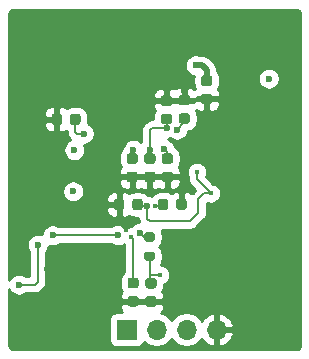
<source format=gbr>
%TF.GenerationSoftware,KiCad,Pcbnew,(5.1.10)-1*%
%TF.CreationDate,2021-10-26T10:29:25+05:30*%
%TF.ProjectId,RP2040+BMI,52503230-3430-42b4-924d-492e6b696361,rev?*%
%TF.SameCoordinates,Original*%
%TF.FileFunction,Copper,L2,Bot*%
%TF.FilePolarity,Positive*%
%FSLAX46Y46*%
G04 Gerber Fmt 4.6, Leading zero omitted, Abs format (unit mm)*
G04 Created by KiCad (PCBNEW (5.1.10)-1) date 2021-10-26 10:29:25*
%MOMM*%
%LPD*%
G01*
G04 APERTURE LIST*
%TA.AperFunction,ComponentPad*%
%ADD10O,1.700000X1.700000*%
%TD*%
%TA.AperFunction,ComponentPad*%
%ADD11R,1.700000X1.700000*%
%TD*%
%TA.AperFunction,ViaPad*%
%ADD12C,0.600000*%
%TD*%
%TA.AperFunction,ViaPad*%
%ADD13C,0.450000*%
%TD*%
%TA.AperFunction,Conductor*%
%ADD14C,0.200000*%
%TD*%
%TA.AperFunction,Conductor*%
%ADD15C,0.300000*%
%TD*%
%TA.AperFunction,Conductor*%
%ADD16C,0.500000*%
%TD*%
%TA.AperFunction,Conductor*%
%ADD17C,0.254000*%
%TD*%
%TA.AperFunction,Conductor*%
%ADD18C,0.100000*%
%TD*%
G04 APERTURE END LIST*
%TO.P,R2,2*%
%TO.N,Net-(R2-Pad2)*%
%TA.AperFunction,SMDPad,CuDef*%
G36*
G01*
X184845000Y-110255000D02*
X184295000Y-110255000D01*
G75*
G02*
X184095000Y-110055000I0J200000D01*
G01*
X184095000Y-109655000D01*
G75*
G02*
X184295000Y-109455000I200000J0D01*
G01*
X184845000Y-109455000D01*
G75*
G02*
X185045000Y-109655000I0J-200000D01*
G01*
X185045000Y-110055000D01*
G75*
G02*
X184845000Y-110255000I-200000J0D01*
G01*
G37*
%TD.AperFunction*%
%TO.P,R2,1*%
%TO.N,Net-(C6-Pad2)*%
%TA.AperFunction,SMDPad,CuDef*%
G36*
G01*
X184845000Y-111905000D02*
X184295000Y-111905000D01*
G75*
G02*
X184095000Y-111705000I0J200000D01*
G01*
X184095000Y-111305000D01*
G75*
G02*
X184295000Y-111105000I200000J0D01*
G01*
X184845000Y-111105000D01*
G75*
G02*
X185045000Y-111305000I0J-200000D01*
G01*
X185045000Y-111705000D01*
G75*
G02*
X184845000Y-111905000I-200000J0D01*
G01*
G37*
%TD.AperFunction*%
%TD*%
D10*
%TO.P,J2,4*%
%TO.N,GND*%
X190240000Y-117700000D03*
%TO.P,J2,3*%
%TO.N,/SWD*%
X187700000Y-117700000D03*
%TO.P,J2,2*%
%TO.N,/SWCLK*%
X185160000Y-117700000D03*
D11*
%TO.P,J2,1*%
%TO.N,+3V3*%
X182620000Y-117700000D03*
%TD*%
%TO.P,C19,2*%
%TO.N,GND*%
%TA.AperFunction,SMDPad,CuDef*%
G36*
G01*
X177175000Y-99650000D02*
X177175000Y-100150000D01*
G75*
G02*
X176950000Y-100375000I-225000J0D01*
G01*
X176500000Y-100375000D01*
G75*
G02*
X176275000Y-100150000I0J225000D01*
G01*
X176275000Y-99650000D01*
G75*
G02*
X176500000Y-99425000I225000J0D01*
G01*
X176950000Y-99425000D01*
G75*
G02*
X177175000Y-99650000I0J-225000D01*
G01*
G37*
%TD.AperFunction*%
%TO.P,C19,1*%
%TO.N,+3V3*%
%TA.AperFunction,SMDPad,CuDef*%
G36*
G01*
X178725000Y-99650000D02*
X178725000Y-100150000D01*
G75*
G02*
X178500000Y-100375000I-225000J0D01*
G01*
X178050000Y-100375000D01*
G75*
G02*
X177825000Y-100150000I0J225000D01*
G01*
X177825000Y-99650000D01*
G75*
G02*
X178050000Y-99425000I225000J0D01*
G01*
X178500000Y-99425000D01*
G75*
G02*
X178725000Y-99650000I0J-225000D01*
G01*
G37*
%TD.AperFunction*%
%TD*%
%TO.P,C18,2*%
%TO.N,GND*%
%TA.AperFunction,SMDPad,CuDef*%
G36*
G01*
X186815000Y-107350000D02*
X186815000Y-106850000D01*
G75*
G02*
X187040000Y-106625000I225000J0D01*
G01*
X187490000Y-106625000D01*
G75*
G02*
X187715000Y-106850000I0J-225000D01*
G01*
X187715000Y-107350000D01*
G75*
G02*
X187490000Y-107575000I-225000J0D01*
G01*
X187040000Y-107575000D01*
G75*
G02*
X186815000Y-107350000I0J225000D01*
G01*
G37*
%TD.AperFunction*%
%TO.P,C18,1*%
%TO.N,+1V1*%
%TA.AperFunction,SMDPad,CuDef*%
G36*
G01*
X185265000Y-107350000D02*
X185265000Y-106850000D01*
G75*
G02*
X185490000Y-106625000I225000J0D01*
G01*
X185940000Y-106625000D01*
G75*
G02*
X186165000Y-106850000I0J-225000D01*
G01*
X186165000Y-107350000D01*
G75*
G02*
X185940000Y-107575000I-225000J0D01*
G01*
X185490000Y-107575000D01*
G75*
G02*
X185265000Y-107350000I0J225000D01*
G01*
G37*
%TD.AperFunction*%
%TD*%
%TO.P,C15,2*%
%TO.N,GND*%
%TA.AperFunction,SMDPad,CuDef*%
G36*
G01*
X182850000Y-104325000D02*
X183350000Y-104325000D01*
G75*
G02*
X183575000Y-104550000I0J-225000D01*
G01*
X183575000Y-105000000D01*
G75*
G02*
X183350000Y-105225000I-225000J0D01*
G01*
X182850000Y-105225000D01*
G75*
G02*
X182625000Y-105000000I0J225000D01*
G01*
X182625000Y-104550000D01*
G75*
G02*
X182850000Y-104325000I225000J0D01*
G01*
G37*
%TD.AperFunction*%
%TO.P,C15,1*%
%TO.N,+1V1*%
%TA.AperFunction,SMDPad,CuDef*%
G36*
G01*
X182850000Y-102775000D02*
X183350000Y-102775000D01*
G75*
G02*
X183575000Y-103000000I0J-225000D01*
G01*
X183575000Y-103450000D01*
G75*
G02*
X183350000Y-103675000I-225000J0D01*
G01*
X182850000Y-103675000D01*
G75*
G02*
X182625000Y-103450000I0J225000D01*
G01*
X182625000Y-103000000D01*
G75*
G02*
X182850000Y-102775000I225000J0D01*
G01*
G37*
%TD.AperFunction*%
%TD*%
%TO.P,C11,2*%
%TO.N,GND*%
%TA.AperFunction,SMDPad,CuDef*%
G36*
G01*
X182445000Y-106860000D02*
X182445000Y-107360000D01*
G75*
G02*
X182220000Y-107585000I-225000J0D01*
G01*
X181770000Y-107585000D01*
G75*
G02*
X181545000Y-107360000I0J225000D01*
G01*
X181545000Y-106860000D01*
G75*
G02*
X181770000Y-106635000I225000J0D01*
G01*
X182220000Y-106635000D01*
G75*
G02*
X182445000Y-106860000I0J-225000D01*
G01*
G37*
%TD.AperFunction*%
%TO.P,C11,1*%
%TO.N,+3V3*%
%TA.AperFunction,SMDPad,CuDef*%
G36*
G01*
X183995000Y-106860000D02*
X183995000Y-107360000D01*
G75*
G02*
X183770000Y-107585000I-225000J0D01*
G01*
X183320000Y-107585000D01*
G75*
G02*
X183095000Y-107360000I0J225000D01*
G01*
X183095000Y-106860000D01*
G75*
G02*
X183320000Y-106635000I225000J0D01*
G01*
X183770000Y-106635000D01*
G75*
G02*
X183995000Y-106860000I0J-225000D01*
G01*
G37*
%TD.AperFunction*%
%TD*%
%TO.P,C9,2*%
%TO.N,GND*%
%TA.AperFunction,SMDPad,CuDef*%
G36*
G01*
X186250000Y-98775000D02*
X185750000Y-98775000D01*
G75*
G02*
X185525000Y-98550000I0J225000D01*
G01*
X185525000Y-98100000D01*
G75*
G02*
X185750000Y-97875000I225000J0D01*
G01*
X186250000Y-97875000D01*
G75*
G02*
X186475000Y-98100000I0J-225000D01*
G01*
X186475000Y-98550000D01*
G75*
G02*
X186250000Y-98775000I-225000J0D01*
G01*
G37*
%TD.AperFunction*%
%TO.P,C9,1*%
%TO.N,+3V3*%
%TA.AperFunction,SMDPad,CuDef*%
G36*
G01*
X186250000Y-100325000D02*
X185750000Y-100325000D01*
G75*
G02*
X185525000Y-100100000I0J225000D01*
G01*
X185525000Y-99650000D01*
G75*
G02*
X185750000Y-99425000I225000J0D01*
G01*
X186250000Y-99425000D01*
G75*
G02*
X186475000Y-99650000I0J-225000D01*
G01*
X186475000Y-100100000D01*
G75*
G02*
X186250000Y-100325000I-225000J0D01*
G01*
G37*
%TD.AperFunction*%
%TD*%
%TO.P,C8,2*%
%TO.N,GND*%
%TA.AperFunction,SMDPad,CuDef*%
G36*
G01*
X185840000Y-104325000D02*
X186340000Y-104325000D01*
G75*
G02*
X186565000Y-104550000I0J-225000D01*
G01*
X186565000Y-105000000D01*
G75*
G02*
X186340000Y-105225000I-225000J0D01*
G01*
X185840000Y-105225000D01*
G75*
G02*
X185615000Y-105000000I0J225000D01*
G01*
X185615000Y-104550000D01*
G75*
G02*
X185840000Y-104325000I225000J0D01*
G01*
G37*
%TD.AperFunction*%
%TO.P,C8,1*%
%TO.N,+1V1*%
%TA.AperFunction,SMDPad,CuDef*%
G36*
G01*
X185840000Y-102775000D02*
X186340000Y-102775000D01*
G75*
G02*
X186565000Y-103000000I0J-225000D01*
G01*
X186565000Y-103450000D01*
G75*
G02*
X186340000Y-103675000I-225000J0D01*
G01*
X185840000Y-103675000D01*
G75*
G02*
X185615000Y-103450000I0J225000D01*
G01*
X185615000Y-103000000D01*
G75*
G02*
X185840000Y-102775000I225000J0D01*
G01*
G37*
%TD.AperFunction*%
%TD*%
%TO.P,C7,2*%
%TO.N,GND*%
%TA.AperFunction,SMDPad,CuDef*%
G36*
G01*
X187770000Y-98725000D02*
X187270000Y-98725000D01*
G75*
G02*
X187045000Y-98500000I0J225000D01*
G01*
X187045000Y-98050000D01*
G75*
G02*
X187270000Y-97825000I225000J0D01*
G01*
X187770000Y-97825000D01*
G75*
G02*
X187995000Y-98050000I0J-225000D01*
G01*
X187995000Y-98500000D01*
G75*
G02*
X187770000Y-98725000I-225000J0D01*
G01*
G37*
%TD.AperFunction*%
%TO.P,C7,1*%
%TO.N,+3V3*%
%TA.AperFunction,SMDPad,CuDef*%
G36*
G01*
X187770000Y-100275000D02*
X187270000Y-100275000D01*
G75*
G02*
X187045000Y-100050000I0J225000D01*
G01*
X187045000Y-99600000D01*
G75*
G02*
X187270000Y-99375000I225000J0D01*
G01*
X187770000Y-99375000D01*
G75*
G02*
X187995000Y-99600000I0J-225000D01*
G01*
X187995000Y-100050000D01*
G75*
G02*
X187770000Y-100275000I-225000J0D01*
G01*
G37*
%TD.AperFunction*%
%TD*%
%TO.P,C6,2*%
%TO.N,Net-(C6-Pad2)*%
%TA.AperFunction,SMDPad,CuDef*%
G36*
G01*
X184940000Y-114225000D02*
X184440000Y-114225000D01*
G75*
G02*
X184215000Y-114000000I0J225000D01*
G01*
X184215000Y-113550000D01*
G75*
G02*
X184440000Y-113325000I225000J0D01*
G01*
X184940000Y-113325000D01*
G75*
G02*
X185165000Y-113550000I0J-225000D01*
G01*
X185165000Y-114000000D01*
G75*
G02*
X184940000Y-114225000I-225000J0D01*
G01*
G37*
%TD.AperFunction*%
%TO.P,C6,1*%
%TO.N,GND*%
%TA.AperFunction,SMDPad,CuDef*%
G36*
G01*
X184940000Y-115775000D02*
X184440000Y-115775000D01*
G75*
G02*
X184215000Y-115550000I0J225000D01*
G01*
X184215000Y-115100000D01*
G75*
G02*
X184440000Y-114875000I225000J0D01*
G01*
X184940000Y-114875000D01*
G75*
G02*
X185165000Y-115100000I0J-225000D01*
G01*
X185165000Y-115550000D01*
G75*
G02*
X184940000Y-115775000I-225000J0D01*
G01*
G37*
%TD.AperFunction*%
%TD*%
%TO.P,C5,2*%
%TO.N,GND*%
%TA.AperFunction,SMDPad,CuDef*%
G36*
G01*
X182930000Y-114855000D02*
X183430000Y-114855000D01*
G75*
G02*
X183655000Y-115080000I0J-225000D01*
G01*
X183655000Y-115530000D01*
G75*
G02*
X183430000Y-115755000I-225000J0D01*
G01*
X182930000Y-115755000D01*
G75*
G02*
X182705000Y-115530000I0J225000D01*
G01*
X182705000Y-115080000D01*
G75*
G02*
X182930000Y-114855000I225000J0D01*
G01*
G37*
%TD.AperFunction*%
%TO.P,C5,1*%
%TO.N,Net-(C5-Pad1)*%
%TA.AperFunction,SMDPad,CuDef*%
G36*
G01*
X182930000Y-113305000D02*
X183430000Y-113305000D01*
G75*
G02*
X183655000Y-113530000I0J-225000D01*
G01*
X183655000Y-113980000D01*
G75*
G02*
X183430000Y-114205000I-225000J0D01*
G01*
X182930000Y-114205000D01*
G75*
G02*
X182705000Y-113980000I0J225000D01*
G01*
X182705000Y-113530000D01*
G75*
G02*
X182930000Y-113305000I225000J0D01*
G01*
G37*
%TD.AperFunction*%
%TD*%
%TO.P,C3,2*%
%TO.N,GND*%
%TA.AperFunction,SMDPad,CuDef*%
G36*
G01*
X189150000Y-97725000D02*
X189650000Y-97725000D01*
G75*
G02*
X189875000Y-97950000I0J-225000D01*
G01*
X189875000Y-98400000D01*
G75*
G02*
X189650000Y-98625000I-225000J0D01*
G01*
X189150000Y-98625000D01*
G75*
G02*
X188925000Y-98400000I0J225000D01*
G01*
X188925000Y-97950000D01*
G75*
G02*
X189150000Y-97725000I225000J0D01*
G01*
G37*
%TD.AperFunction*%
%TO.P,C3,1*%
%TO.N,+5V*%
%TA.AperFunction,SMDPad,CuDef*%
G36*
G01*
X189150000Y-96175000D02*
X189650000Y-96175000D01*
G75*
G02*
X189875000Y-96400000I0J-225000D01*
G01*
X189875000Y-96850000D01*
G75*
G02*
X189650000Y-97075000I-225000J0D01*
G01*
X189150000Y-97075000D01*
G75*
G02*
X188925000Y-96850000I0J225000D01*
G01*
X188925000Y-96400000D01*
G75*
G02*
X189150000Y-96175000I225000J0D01*
G01*
G37*
%TD.AperFunction*%
%TD*%
%TO.P,C2,2*%
%TO.N,GND*%
%TA.AperFunction,SMDPad,CuDef*%
G36*
G01*
X184350000Y-104325000D02*
X184850000Y-104325000D01*
G75*
G02*
X185075000Y-104550000I0J-225000D01*
G01*
X185075000Y-105000000D01*
G75*
G02*
X184850000Y-105225000I-225000J0D01*
G01*
X184350000Y-105225000D01*
G75*
G02*
X184125000Y-105000000I0J225000D01*
G01*
X184125000Y-104550000D01*
G75*
G02*
X184350000Y-104325000I225000J0D01*
G01*
G37*
%TD.AperFunction*%
%TO.P,C2,1*%
%TO.N,+3V3*%
%TA.AperFunction,SMDPad,CuDef*%
G36*
G01*
X184350000Y-102775000D02*
X184850000Y-102775000D01*
G75*
G02*
X185075000Y-103000000I0J-225000D01*
G01*
X185075000Y-103450000D01*
G75*
G02*
X184850000Y-103675000I-225000J0D01*
G01*
X184350000Y-103675000D01*
G75*
G02*
X184125000Y-103450000I0J225000D01*
G01*
X184125000Y-103000000D01*
G75*
G02*
X184350000Y-102775000I225000J0D01*
G01*
G37*
%TD.AperFunction*%
%TD*%
D12*
%TO.N,GND*%
X176100000Y-98570000D03*
X187490000Y-97440000D03*
X183740000Y-95260000D03*
X191430000Y-102410000D03*
X194640000Y-97990000D03*
X189410000Y-99140000D03*
X190810000Y-97370000D03*
X178100000Y-104000000D03*
X178100000Y-107600000D03*
X173530000Y-110650000D03*
X179200000Y-114740000D03*
D13*
X175790000Y-112600000D03*
X176960000Y-111630000D03*
D12*
X181870000Y-104980000D03*
X189830000Y-107800000D03*
X191830000Y-104420000D03*
X192590000Y-112230000D03*
X196650000Y-105460000D03*
X196640000Y-108430000D03*
D13*
X182610000Y-109250000D03*
D12*
%TO.N,+3V3*%
X184600000Y-102500000D03*
X186052646Y-100622646D03*
X186900000Y-100770000D03*
X194670000Y-96450000D03*
X179000000Y-101100000D03*
X178200000Y-102500000D03*
X178100000Y-106000000D03*
X173520000Y-113890000D03*
X175110000Y-110510000D03*
X184370000Y-107200000D03*
D13*
X188580000Y-104350000D03*
X189770000Y-106170000D03*
D12*
%TO.N,+5V*%
X188480000Y-95330000D03*
D13*
%TO.N,Net-(C5-Pad1)*%
X183000000Y-109820000D03*
D12*
%TO.N,+1V1*%
X183200000Y-102500000D03*
X185830000Y-102440000D03*
D13*
X185021902Y-107211436D03*
D12*
%TO.N,Net-(R2-Pad2)*%
X183770000Y-109510000D03*
%TO.N,/SCL*%
X181927000Y-109690000D03*
X176360000Y-109730000D03*
D13*
%TO.N,Net-(C6-Pad2)*%
X185460990Y-113060000D03*
%TD*%
D14*
%TO.N,GND*%
X186010000Y-98275000D02*
X187520000Y-98275000D01*
X187520000Y-97470000D02*
X187490000Y-97440000D01*
X187520000Y-98275000D02*
X187520000Y-97470000D01*
D15*
X189400000Y-99130000D02*
X189410000Y-99140000D01*
X189400000Y-98175000D02*
X189400000Y-99130000D01*
D14*
X181995000Y-105105000D02*
X181870000Y-104980000D01*
X181995000Y-107110000D02*
X181995000Y-105105000D01*
X181995000Y-108635000D02*
X182610000Y-109250000D01*
X181995000Y-107110000D02*
X181995000Y-108635000D01*
%TO.N,+3V3*%
X184600000Y-103225000D02*
X184600000Y-102500000D01*
X186010000Y-100580000D02*
X186052646Y-100622646D01*
X186010000Y-99825000D02*
X186010000Y-100580000D01*
X187520000Y-100150000D02*
X186900000Y-100770000D01*
X187520000Y-99825000D02*
X187520000Y-100150000D01*
X179000000Y-101100000D02*
X178400000Y-101100000D01*
X178275000Y-100975000D02*
X178275000Y-99900000D01*
X178400000Y-101100000D02*
X178275000Y-100975000D01*
X183635000Y-107200000D02*
X183545000Y-107110000D01*
X184370000Y-107200000D02*
X183635000Y-107200000D01*
X188580000Y-104980000D02*
X189770000Y-106170000D01*
X188580000Y-104350000D02*
X188580000Y-104980000D01*
X186052646Y-100622646D02*
X184767354Y-100622646D01*
X184600000Y-100790000D02*
X184600000Y-102500000D01*
X184767354Y-100622646D02*
X184600000Y-100790000D01*
X184370000Y-107200000D02*
X184370000Y-108340000D01*
X184370000Y-108340000D02*
X184570000Y-108540000D01*
X184570000Y-108540000D02*
X187990000Y-108540000D01*
X187990000Y-108540000D02*
X188710000Y-107820000D01*
X188710000Y-107820000D02*
X188710000Y-106650000D01*
X189190000Y-106170000D02*
X189770000Y-106170000D01*
X188710000Y-106650000D02*
X189190000Y-106170000D01*
X175110000Y-110510000D02*
X175110000Y-113650000D01*
X174870000Y-113890000D02*
X173520000Y-113890000D01*
X175110000Y-113650000D02*
X174870000Y-113890000D01*
D16*
%TO.N,+5V*%
X189400000Y-96625000D02*
X189400000Y-95690000D01*
X189040000Y-95330000D02*
X188480000Y-95330000D01*
X189400000Y-95690000D02*
X189040000Y-95330000D01*
D14*
%TO.N,Net-(C5-Pad1)*%
X183180000Y-110000000D02*
X183000000Y-109820000D01*
X183180000Y-113755000D02*
X183180000Y-110000000D01*
%TO.N,+1V1*%
X183100000Y-102600000D02*
X183200000Y-102500000D01*
X183100000Y-103225000D02*
X183100000Y-102600000D01*
X186090000Y-102700000D02*
X185830000Y-102440000D01*
X186090000Y-103225000D02*
X186090000Y-102700000D01*
X185603564Y-107211436D02*
X185715000Y-107100000D01*
X185021902Y-107211436D02*
X185603564Y-107211436D01*
%TO.N,Net-(R2-Pad2)*%
X184115000Y-109855000D02*
X183770000Y-109510000D01*
X184570000Y-109855000D02*
X184115000Y-109855000D01*
%TO.N,/SCL*%
X176400000Y-109690000D02*
X176360000Y-109730000D01*
X181927000Y-109690000D02*
X176400000Y-109690000D01*
%TO.N,Net-(C6-Pad2)*%
X184570000Y-113655000D02*
X184690000Y-113775000D01*
X184670000Y-113060000D02*
X184570000Y-112960000D01*
X185460990Y-113060000D02*
X184670000Y-113060000D01*
X184570000Y-112960000D02*
X184570000Y-113655000D01*
X184570000Y-111505000D02*
X184570000Y-112960000D01*
%TD*%
D17*
%TO.N,GND*%
X197065424Y-90669580D02*
X197128356Y-90688580D01*
X197186405Y-90719445D01*
X197237343Y-90760989D01*
X197279248Y-90811644D01*
X197310515Y-90869471D01*
X197329956Y-90932272D01*
X197340000Y-91027835D01*
X197340001Y-118967711D01*
X197330420Y-119065424D01*
X197311420Y-119128357D01*
X197280554Y-119186406D01*
X197239011Y-119237343D01*
X197188356Y-119279248D01*
X197130529Y-119310515D01*
X197067728Y-119329956D01*
X196972165Y-119340000D01*
X173032279Y-119340000D01*
X172934576Y-119330420D01*
X172871643Y-119311420D01*
X172813594Y-119280554D01*
X172762657Y-119239011D01*
X172720752Y-119188356D01*
X172689485Y-119130529D01*
X172670044Y-119067728D01*
X172660000Y-118972165D01*
X172660000Y-116850000D01*
X181131928Y-116850000D01*
X181131928Y-118550000D01*
X181144188Y-118674482D01*
X181180498Y-118794180D01*
X181239463Y-118904494D01*
X181318815Y-119001185D01*
X181415506Y-119080537D01*
X181525820Y-119139502D01*
X181645518Y-119175812D01*
X181770000Y-119188072D01*
X183470000Y-119188072D01*
X183594482Y-119175812D01*
X183714180Y-119139502D01*
X183824494Y-119080537D01*
X183921185Y-119001185D01*
X184000537Y-118904494D01*
X184059502Y-118794180D01*
X184081513Y-118721620D01*
X184213368Y-118853475D01*
X184456589Y-119015990D01*
X184726842Y-119127932D01*
X185013740Y-119185000D01*
X185306260Y-119185000D01*
X185593158Y-119127932D01*
X185863411Y-119015990D01*
X186106632Y-118853475D01*
X186313475Y-118646632D01*
X186430000Y-118472240D01*
X186546525Y-118646632D01*
X186753368Y-118853475D01*
X186996589Y-119015990D01*
X187266842Y-119127932D01*
X187553740Y-119185000D01*
X187846260Y-119185000D01*
X188133158Y-119127932D01*
X188403411Y-119015990D01*
X188646632Y-118853475D01*
X188853475Y-118646632D01*
X188975195Y-118464466D01*
X189044822Y-118581355D01*
X189239731Y-118797588D01*
X189473080Y-118971641D01*
X189735901Y-119096825D01*
X189883110Y-119141476D01*
X190113000Y-119020155D01*
X190113000Y-117827000D01*
X190367000Y-117827000D01*
X190367000Y-119020155D01*
X190596890Y-119141476D01*
X190744099Y-119096825D01*
X191006920Y-118971641D01*
X191240269Y-118797588D01*
X191435178Y-118581355D01*
X191584157Y-118331252D01*
X191681481Y-118056891D01*
X191560814Y-117827000D01*
X190367000Y-117827000D01*
X190113000Y-117827000D01*
X190093000Y-117827000D01*
X190093000Y-117573000D01*
X190113000Y-117573000D01*
X190113000Y-116379845D01*
X190367000Y-116379845D01*
X190367000Y-117573000D01*
X191560814Y-117573000D01*
X191681481Y-117343109D01*
X191584157Y-117068748D01*
X191435178Y-116818645D01*
X191240269Y-116602412D01*
X191006920Y-116428359D01*
X190744099Y-116303175D01*
X190596890Y-116258524D01*
X190367000Y-116379845D01*
X190113000Y-116379845D01*
X189883110Y-116258524D01*
X189735901Y-116303175D01*
X189473080Y-116428359D01*
X189239731Y-116602412D01*
X189044822Y-116818645D01*
X188975195Y-116935534D01*
X188853475Y-116753368D01*
X188646632Y-116546525D01*
X188403411Y-116384010D01*
X188133158Y-116272068D01*
X187846260Y-116215000D01*
X187553740Y-116215000D01*
X187266842Y-116272068D01*
X186996589Y-116384010D01*
X186753368Y-116546525D01*
X186546525Y-116753368D01*
X186430000Y-116927760D01*
X186313475Y-116753368D01*
X186106632Y-116546525D01*
X185863411Y-116384010D01*
X185593158Y-116272068D01*
X185566691Y-116266803D01*
X185616185Y-116226185D01*
X185695537Y-116129494D01*
X185754502Y-116019180D01*
X185790812Y-115899482D01*
X185803072Y-115775000D01*
X185800000Y-115610750D01*
X185641250Y-115452000D01*
X184817000Y-115452000D01*
X184817000Y-115472000D01*
X184563000Y-115472000D01*
X184563000Y-115452000D01*
X184151250Y-115452000D01*
X184131250Y-115432000D01*
X183307000Y-115432000D01*
X183307000Y-115452000D01*
X183053000Y-115452000D01*
X183053000Y-115432000D01*
X182228750Y-115432000D01*
X182070000Y-115590750D01*
X182066928Y-115755000D01*
X182079188Y-115879482D01*
X182115498Y-115999180D01*
X182174463Y-116109494D01*
X182253815Y-116206185D01*
X182260813Y-116211928D01*
X181770000Y-116211928D01*
X181645518Y-116224188D01*
X181525820Y-116260498D01*
X181415506Y-116319463D01*
X181318815Y-116398815D01*
X181239463Y-116495506D01*
X181180498Y-116605820D01*
X181144188Y-116725518D01*
X181131928Y-116850000D01*
X172660000Y-116850000D01*
X172660000Y-114257048D01*
X172691414Y-114332889D01*
X172793738Y-114486028D01*
X172923972Y-114616262D01*
X173077111Y-114718586D01*
X173247271Y-114789068D01*
X173427911Y-114825000D01*
X173612089Y-114825000D01*
X173792729Y-114789068D01*
X173962889Y-114718586D01*
X174102951Y-114625000D01*
X174833895Y-114625000D01*
X174870000Y-114628556D01*
X174906105Y-114625000D01*
X175014085Y-114614365D01*
X175152633Y-114572337D01*
X175280320Y-114504087D01*
X175392238Y-114412238D01*
X175415259Y-114384187D01*
X175604187Y-114195259D01*
X175632238Y-114172238D01*
X175724087Y-114060320D01*
X175792337Y-113932633D01*
X175834365Y-113794085D01*
X175845000Y-113686105D01*
X175845000Y-113686096D01*
X175848555Y-113650001D01*
X175845000Y-113613906D01*
X175845000Y-111092951D01*
X175938586Y-110952889D01*
X176009068Y-110782729D01*
X176043260Y-110610838D01*
X176087271Y-110629068D01*
X176267911Y-110665000D01*
X176452089Y-110665000D01*
X176632729Y-110629068D01*
X176802889Y-110558586D01*
X176956028Y-110456262D01*
X176987290Y-110425000D01*
X181344049Y-110425000D01*
X181484111Y-110518586D01*
X181654271Y-110589068D01*
X181834911Y-110625000D01*
X182019089Y-110625000D01*
X182199729Y-110589068D01*
X182369889Y-110518586D01*
X182437312Y-110473535D01*
X182445001Y-110481224D01*
X182445000Y-112816898D01*
X182319716Y-112919716D01*
X182212382Y-113050503D01*
X182132625Y-113199717D01*
X182083512Y-113361623D01*
X182066928Y-113530000D01*
X182066928Y-113980000D01*
X182083512Y-114148377D01*
X182132625Y-114310283D01*
X182210700Y-114456351D01*
X182174463Y-114500506D01*
X182115498Y-114610820D01*
X182079188Y-114730518D01*
X182066928Y-114855000D01*
X182070000Y-115019250D01*
X182228750Y-115178000D01*
X183053000Y-115178000D01*
X183053000Y-115158000D01*
X183307000Y-115158000D01*
X183307000Y-115178000D01*
X183718750Y-115178000D01*
X183738750Y-115198000D01*
X184563000Y-115198000D01*
X184563000Y-115178000D01*
X184817000Y-115178000D01*
X184817000Y-115198000D01*
X185641250Y-115198000D01*
X185800000Y-115039250D01*
X185803072Y-114875000D01*
X185790812Y-114750518D01*
X185754502Y-114630820D01*
X185695537Y-114520506D01*
X185659300Y-114476351D01*
X185737375Y-114330283D01*
X185786488Y-114168377D01*
X185803072Y-114000000D01*
X185803072Y-113849162D01*
X185868353Y-113822122D01*
X186009208Y-113728005D01*
X186128995Y-113608218D01*
X186223112Y-113467363D01*
X186287941Y-113310853D01*
X186320990Y-113144703D01*
X186320990Y-112975297D01*
X186287941Y-112809147D01*
X186223112Y-112652637D01*
X186128995Y-112511782D01*
X186009208Y-112391995D01*
X185868353Y-112297878D01*
X185711843Y-112233049D01*
X185545693Y-112200000D01*
X185517710Y-112200000D01*
X185541831Y-112170608D01*
X185619278Y-112025716D01*
X185666969Y-111868500D01*
X185683072Y-111705000D01*
X185683072Y-111305000D01*
X185666969Y-111141500D01*
X185619278Y-110984284D01*
X185541831Y-110839392D01*
X185437606Y-110712394D01*
X185398134Y-110680000D01*
X185437606Y-110647606D01*
X185541831Y-110520608D01*
X185619278Y-110375716D01*
X185666969Y-110218500D01*
X185683072Y-110055000D01*
X185683072Y-109655000D01*
X185666969Y-109491500D01*
X185619278Y-109334284D01*
X185587590Y-109275000D01*
X187953895Y-109275000D01*
X187990000Y-109278556D01*
X188026105Y-109275000D01*
X188134085Y-109264365D01*
X188272633Y-109222337D01*
X188400320Y-109154087D01*
X188512238Y-109062238D01*
X188535258Y-109034188D01*
X189204197Y-108365250D01*
X189232237Y-108342238D01*
X189255250Y-108314197D01*
X189255253Y-108314194D01*
X189324087Y-108230320D01*
X189339859Y-108200812D01*
X189392337Y-108102633D01*
X189434365Y-107964085D01*
X189445000Y-107856105D01*
X189445000Y-107856104D01*
X189448556Y-107820000D01*
X189445000Y-107783895D01*
X189445000Y-106966238D01*
X189519147Y-106996951D01*
X189685297Y-107030000D01*
X189854703Y-107030000D01*
X190020853Y-106996951D01*
X190177363Y-106932122D01*
X190318218Y-106838005D01*
X190438005Y-106718218D01*
X190532122Y-106577363D01*
X190596951Y-106420853D01*
X190630000Y-106254703D01*
X190630000Y-106085297D01*
X190596951Y-105919147D01*
X190532122Y-105762637D01*
X190438005Y-105621782D01*
X190318218Y-105501995D01*
X190177363Y-105407878D01*
X190020853Y-105343049D01*
X189972972Y-105333525D01*
X189358140Y-104718693D01*
X189406951Y-104600853D01*
X189440000Y-104434703D01*
X189440000Y-104265297D01*
X189406951Y-104099147D01*
X189342122Y-103942637D01*
X189248005Y-103801782D01*
X189128218Y-103681995D01*
X188987363Y-103587878D01*
X188830853Y-103523049D01*
X188664703Y-103490000D01*
X188495297Y-103490000D01*
X188329147Y-103523049D01*
X188172637Y-103587878D01*
X188031782Y-103681995D01*
X187911995Y-103801782D01*
X187817878Y-103942637D01*
X187753049Y-104099147D01*
X187720000Y-104265297D01*
X187720000Y-104434703D01*
X187753049Y-104600853D01*
X187817878Y-104757363D01*
X187845000Y-104797954D01*
X187845000Y-104943895D01*
X187841444Y-104980000D01*
X187845000Y-105016105D01*
X187855635Y-105124085D01*
X187897663Y-105262633D01*
X187965914Y-105390320D01*
X188057763Y-105502238D01*
X188085808Y-105525254D01*
X188440554Y-105880000D01*
X188215808Y-106104746D01*
X188187763Y-106127762D01*
X188156495Y-106165862D01*
X188069494Y-106094463D01*
X187959180Y-106035498D01*
X187839482Y-105999188D01*
X187715000Y-105986928D01*
X187550750Y-105990000D01*
X187392000Y-106148750D01*
X187392000Y-106973000D01*
X187412000Y-106973000D01*
X187412000Y-107227000D01*
X187392000Y-107227000D01*
X187392000Y-107247000D01*
X187138000Y-107247000D01*
X187138000Y-107227000D01*
X187118000Y-107227000D01*
X187118000Y-106973000D01*
X187138000Y-106973000D01*
X187138000Y-106148750D01*
X186979250Y-105990000D01*
X186815000Y-105986928D01*
X186690518Y-105999188D01*
X186570820Y-106035498D01*
X186460506Y-106094463D01*
X186416351Y-106130700D01*
X186270283Y-106052625D01*
X186108377Y-106003512D01*
X185940000Y-105986928D01*
X185490000Y-105986928D01*
X185321623Y-106003512D01*
X185159717Y-106052625D01*
X185010503Y-106132382D01*
X184879716Y-106239716D01*
X184782100Y-106358661D01*
X184642729Y-106300932D01*
X184462089Y-106265000D01*
X184392827Y-106265000D01*
X184380284Y-106249716D01*
X184249497Y-106142382D01*
X184100283Y-106062625D01*
X183938377Y-106013512D01*
X183770000Y-105996928D01*
X183320000Y-105996928D01*
X183151623Y-106013512D01*
X182989717Y-106062625D01*
X182843649Y-106140700D01*
X182799494Y-106104463D01*
X182689180Y-106045498D01*
X182569482Y-106009188D01*
X182445000Y-105996928D01*
X182280750Y-106000000D01*
X182122000Y-106158750D01*
X182122000Y-106983000D01*
X182142000Y-106983000D01*
X182142000Y-107237000D01*
X182122000Y-107237000D01*
X182122000Y-108061250D01*
X182280750Y-108220000D01*
X182445000Y-108223072D01*
X182569482Y-108210812D01*
X182689180Y-108174502D01*
X182799494Y-108115537D01*
X182843649Y-108079300D01*
X182989717Y-108157375D01*
X183151623Y-108206488D01*
X183320000Y-108223072D01*
X183635001Y-108223072D01*
X183635001Y-108303885D01*
X183631444Y-108340000D01*
X183645635Y-108484085D01*
X183673482Y-108575881D01*
X183497271Y-108610932D01*
X183327111Y-108681414D01*
X183173972Y-108783738D01*
X183043738Y-108913972D01*
X183012983Y-108960000D01*
X182915297Y-108960000D01*
X182749147Y-108993049D01*
X182609983Y-109050693D01*
X182523028Y-108963738D01*
X182369889Y-108861414D01*
X182199729Y-108790932D01*
X182019089Y-108755000D01*
X181834911Y-108755000D01*
X181654271Y-108790932D01*
X181484111Y-108861414D01*
X181344049Y-108955000D01*
X176883086Y-108955000D01*
X176802889Y-108901414D01*
X176632729Y-108830932D01*
X176452089Y-108795000D01*
X176267911Y-108795000D01*
X176087271Y-108830932D01*
X175917111Y-108901414D01*
X175763972Y-109003738D01*
X175633738Y-109133972D01*
X175531414Y-109287111D01*
X175460932Y-109457271D01*
X175426740Y-109629162D01*
X175382729Y-109610932D01*
X175202089Y-109575000D01*
X175017911Y-109575000D01*
X174837271Y-109610932D01*
X174667111Y-109681414D01*
X174513972Y-109783738D01*
X174383738Y-109913972D01*
X174281414Y-110067111D01*
X174210932Y-110237271D01*
X174175000Y-110417911D01*
X174175000Y-110602089D01*
X174210932Y-110782729D01*
X174281414Y-110952889D01*
X174375000Y-111092951D01*
X174375001Y-113155000D01*
X174102951Y-113155000D01*
X173962889Y-113061414D01*
X173792729Y-112990932D01*
X173612089Y-112955000D01*
X173427911Y-112955000D01*
X173247271Y-112990932D01*
X173077111Y-113061414D01*
X172923972Y-113163738D01*
X172793738Y-113293972D01*
X172691414Y-113447111D01*
X172660000Y-113522952D01*
X172660000Y-107585000D01*
X180906928Y-107585000D01*
X180919188Y-107709482D01*
X180955498Y-107829180D01*
X181014463Y-107939494D01*
X181093815Y-108036185D01*
X181190506Y-108115537D01*
X181300820Y-108174502D01*
X181420518Y-108210812D01*
X181545000Y-108223072D01*
X181709250Y-108220000D01*
X181868000Y-108061250D01*
X181868000Y-107237000D01*
X181068750Y-107237000D01*
X180910000Y-107395750D01*
X180906928Y-107585000D01*
X172660000Y-107585000D01*
X172660000Y-105907911D01*
X177165000Y-105907911D01*
X177165000Y-106092089D01*
X177200932Y-106272729D01*
X177271414Y-106442889D01*
X177373738Y-106596028D01*
X177503972Y-106726262D01*
X177657111Y-106828586D01*
X177827271Y-106899068D01*
X178007911Y-106935000D01*
X178192089Y-106935000D01*
X178372729Y-106899068D01*
X178542889Y-106828586D01*
X178696028Y-106726262D01*
X178787290Y-106635000D01*
X180906928Y-106635000D01*
X180910000Y-106824250D01*
X181068750Y-106983000D01*
X181868000Y-106983000D01*
X181868000Y-106158750D01*
X181709250Y-106000000D01*
X181545000Y-105996928D01*
X181420518Y-106009188D01*
X181300820Y-106045498D01*
X181190506Y-106104463D01*
X181093815Y-106183815D01*
X181014463Y-106280506D01*
X180955498Y-106390820D01*
X180919188Y-106510518D01*
X180906928Y-106635000D01*
X178787290Y-106635000D01*
X178826262Y-106596028D01*
X178928586Y-106442889D01*
X178999068Y-106272729D01*
X179035000Y-106092089D01*
X179035000Y-105907911D01*
X178999068Y-105727271D01*
X178928586Y-105557111D01*
X178826262Y-105403972D01*
X178696028Y-105273738D01*
X178623087Y-105225000D01*
X181986928Y-105225000D01*
X181999188Y-105349482D01*
X182035498Y-105469180D01*
X182094463Y-105579494D01*
X182173815Y-105676185D01*
X182270506Y-105755537D01*
X182380820Y-105814502D01*
X182500518Y-105850812D01*
X182625000Y-105863072D01*
X182814250Y-105860000D01*
X182973000Y-105701250D01*
X182973000Y-104902000D01*
X183227000Y-104902000D01*
X183227000Y-105701250D01*
X183385750Y-105860000D01*
X183575000Y-105863072D01*
X183699482Y-105850812D01*
X183819180Y-105814502D01*
X183850000Y-105798028D01*
X183880820Y-105814502D01*
X184000518Y-105850812D01*
X184125000Y-105863072D01*
X184314250Y-105860000D01*
X184473000Y-105701250D01*
X184473000Y-104902000D01*
X184727000Y-104902000D01*
X184727000Y-105701250D01*
X184885750Y-105860000D01*
X185075000Y-105863072D01*
X185199482Y-105850812D01*
X185319180Y-105814502D01*
X185345000Y-105800701D01*
X185370820Y-105814502D01*
X185490518Y-105850812D01*
X185615000Y-105863072D01*
X185804250Y-105860000D01*
X185963000Y-105701250D01*
X185963000Y-104902000D01*
X186217000Y-104902000D01*
X186217000Y-105701250D01*
X186375750Y-105860000D01*
X186565000Y-105863072D01*
X186689482Y-105850812D01*
X186809180Y-105814502D01*
X186919494Y-105755537D01*
X187016185Y-105676185D01*
X187095537Y-105579494D01*
X187154502Y-105469180D01*
X187190812Y-105349482D01*
X187203072Y-105225000D01*
X187200000Y-105060750D01*
X187041250Y-104902000D01*
X186217000Y-104902000D01*
X185963000Y-104902000D01*
X184727000Y-104902000D01*
X184473000Y-104902000D01*
X183227000Y-104902000D01*
X182973000Y-104902000D01*
X182148750Y-104902000D01*
X181990000Y-105060750D01*
X181986928Y-105225000D01*
X178623087Y-105225000D01*
X178542889Y-105171414D01*
X178372729Y-105100932D01*
X178192089Y-105065000D01*
X178007911Y-105065000D01*
X177827271Y-105100932D01*
X177657111Y-105171414D01*
X177503972Y-105273738D01*
X177373738Y-105403972D01*
X177271414Y-105557111D01*
X177200932Y-105727271D01*
X177165000Y-105907911D01*
X172660000Y-105907911D01*
X172660000Y-100375000D01*
X175636928Y-100375000D01*
X175649188Y-100499482D01*
X175685498Y-100619180D01*
X175744463Y-100729494D01*
X175823815Y-100826185D01*
X175920506Y-100905537D01*
X176030820Y-100964502D01*
X176150518Y-101000812D01*
X176275000Y-101013072D01*
X176439250Y-101010000D01*
X176598000Y-100851250D01*
X176598000Y-100027000D01*
X175798750Y-100027000D01*
X175640000Y-100185750D01*
X175636928Y-100375000D01*
X172660000Y-100375000D01*
X172660000Y-99425000D01*
X175636928Y-99425000D01*
X175640000Y-99614250D01*
X175798750Y-99773000D01*
X176598000Y-99773000D01*
X176598000Y-98948750D01*
X176852000Y-98948750D01*
X176852000Y-99773000D01*
X176872000Y-99773000D01*
X176872000Y-100027000D01*
X176852000Y-100027000D01*
X176852000Y-100851250D01*
X177010750Y-101010000D01*
X177175000Y-101013072D01*
X177299482Y-101000812D01*
X177419180Y-100964502D01*
X177529494Y-100905537D01*
X177540000Y-100896915D01*
X177540000Y-100938894D01*
X177536444Y-100975000D01*
X177540000Y-101011104D01*
X177550635Y-101119084D01*
X177592663Y-101257632D01*
X177660913Y-101385319D01*
X177752762Y-101497237D01*
X177780808Y-101520254D01*
X177854741Y-101594187D01*
X177877273Y-101621642D01*
X177757111Y-101671414D01*
X177603972Y-101773738D01*
X177473738Y-101903972D01*
X177371414Y-102057111D01*
X177300932Y-102227271D01*
X177265000Y-102407911D01*
X177265000Y-102592089D01*
X177300932Y-102772729D01*
X177371414Y-102942889D01*
X177473738Y-103096028D01*
X177603972Y-103226262D01*
X177757111Y-103328586D01*
X177927271Y-103399068D01*
X178107911Y-103435000D01*
X178292089Y-103435000D01*
X178472729Y-103399068D01*
X178642889Y-103328586D01*
X178796028Y-103226262D01*
X178926262Y-103096028D01*
X178990425Y-103000000D01*
X181986928Y-103000000D01*
X181986928Y-103450000D01*
X182003512Y-103618377D01*
X182052625Y-103780283D01*
X182130700Y-103926351D01*
X182094463Y-103970506D01*
X182035498Y-104080820D01*
X181999188Y-104200518D01*
X181986928Y-104325000D01*
X181990000Y-104489250D01*
X182148750Y-104648000D01*
X182973000Y-104648000D01*
X182973000Y-104628000D01*
X183227000Y-104628000D01*
X183227000Y-104648000D01*
X184473000Y-104648000D01*
X184473000Y-104628000D01*
X184727000Y-104628000D01*
X184727000Y-104648000D01*
X185963000Y-104648000D01*
X185963000Y-104628000D01*
X186217000Y-104628000D01*
X186217000Y-104648000D01*
X187041250Y-104648000D01*
X187200000Y-104489250D01*
X187203072Y-104325000D01*
X187190812Y-104200518D01*
X187154502Y-104080820D01*
X187095537Y-103970506D01*
X187059300Y-103926351D01*
X187137375Y-103780283D01*
X187186488Y-103618377D01*
X187203072Y-103450000D01*
X187203072Y-103000000D01*
X187186488Y-102831623D01*
X187137375Y-102669717D01*
X187057618Y-102520503D01*
X186950284Y-102389716D01*
X186819497Y-102282382D01*
X186743931Y-102241991D01*
X186729068Y-102167271D01*
X186658586Y-101997111D01*
X186556262Y-101843972D01*
X186426028Y-101713738D01*
X186272889Y-101611414D01*
X186143080Y-101557646D01*
X186144735Y-101557646D01*
X186325375Y-101521714D01*
X186335677Y-101517447D01*
X186457111Y-101598586D01*
X186627271Y-101669068D01*
X186807911Y-101705000D01*
X186992089Y-101705000D01*
X187172729Y-101669068D01*
X187342889Y-101598586D01*
X187496028Y-101496262D01*
X187626262Y-101366028D01*
X187728586Y-101212889D01*
X187799068Y-101042729D01*
X187825955Y-100907561D01*
X187938377Y-100896488D01*
X188100283Y-100847375D01*
X188249497Y-100767618D01*
X188380284Y-100660284D01*
X188487618Y-100529497D01*
X188567375Y-100380283D01*
X188616488Y-100218377D01*
X188633072Y-100050000D01*
X188633072Y-99600000D01*
X188616488Y-99431623D01*
X188567375Y-99269717D01*
X188489300Y-99123649D01*
X188506344Y-99102881D01*
X188570506Y-99155537D01*
X188680820Y-99214502D01*
X188800518Y-99250812D01*
X188925000Y-99263072D01*
X189114250Y-99260000D01*
X189273000Y-99101250D01*
X189273000Y-98302000D01*
X189527000Y-98302000D01*
X189527000Y-99101250D01*
X189685750Y-99260000D01*
X189875000Y-99263072D01*
X189999482Y-99250812D01*
X190119180Y-99214502D01*
X190229494Y-99155537D01*
X190326185Y-99076185D01*
X190405537Y-98979494D01*
X190464502Y-98869180D01*
X190500812Y-98749482D01*
X190513072Y-98625000D01*
X190510000Y-98460750D01*
X190351250Y-98302000D01*
X189527000Y-98302000D01*
X189273000Y-98302000D01*
X188448750Y-98302000D01*
X188348750Y-98402000D01*
X187647000Y-98402000D01*
X187647000Y-98422000D01*
X187393000Y-98422000D01*
X187393000Y-98402000D01*
X186568750Y-98402000D01*
X186518750Y-98452000D01*
X186127000Y-98452000D01*
X186127000Y-98472000D01*
X185873000Y-98472000D01*
X185873000Y-98452000D01*
X185048750Y-98452000D01*
X184890000Y-98610750D01*
X184886928Y-98775000D01*
X184899188Y-98899482D01*
X184935498Y-99019180D01*
X184994463Y-99129494D01*
X185030700Y-99173649D01*
X184952625Y-99319717D01*
X184903512Y-99481623D01*
X184886928Y-99650000D01*
X184886928Y-99887646D01*
X184803448Y-99887646D01*
X184767353Y-99884091D01*
X184731258Y-99887646D01*
X184731249Y-99887646D01*
X184623269Y-99898281D01*
X184484721Y-99940309D01*
X184357034Y-100008559D01*
X184245116Y-100100408D01*
X184222095Y-100128459D01*
X184105808Y-100244746D01*
X184077762Y-100267763D01*
X183985913Y-100379681D01*
X183917663Y-100507368D01*
X183888384Y-100603887D01*
X183875635Y-100645915D01*
X183861444Y-100790000D01*
X183865000Y-100826105D01*
X183865001Y-101842711D01*
X183796028Y-101773738D01*
X183642889Y-101671414D01*
X183472729Y-101600932D01*
X183292089Y-101565000D01*
X183107911Y-101565000D01*
X182927271Y-101600932D01*
X182757111Y-101671414D01*
X182603972Y-101773738D01*
X182473738Y-101903972D01*
X182371414Y-102057111D01*
X182300932Y-102227271D01*
X182274258Y-102361368D01*
X182239716Y-102389716D01*
X182132382Y-102520503D01*
X182052625Y-102669717D01*
X182003512Y-102831623D01*
X181986928Y-103000000D01*
X178990425Y-103000000D01*
X179028586Y-102942889D01*
X179099068Y-102772729D01*
X179135000Y-102592089D01*
X179135000Y-102407911D01*
X179099068Y-102227271D01*
X179028586Y-102057111D01*
X179013812Y-102035000D01*
X179092089Y-102035000D01*
X179272729Y-101999068D01*
X179442889Y-101928586D01*
X179596028Y-101826262D01*
X179726262Y-101696028D01*
X179828586Y-101542889D01*
X179899068Y-101372729D01*
X179935000Y-101192089D01*
X179935000Y-101007911D01*
X179899068Y-100827271D01*
X179828586Y-100657111D01*
X179726262Y-100503972D01*
X179596028Y-100373738D01*
X179442889Y-100271414D01*
X179354711Y-100234890D01*
X179363072Y-100150000D01*
X179363072Y-99650000D01*
X179346488Y-99481623D01*
X179297375Y-99319717D01*
X179217618Y-99170503D01*
X179110284Y-99039716D01*
X178979497Y-98932382D01*
X178830283Y-98852625D01*
X178668377Y-98803512D01*
X178500000Y-98786928D01*
X178050000Y-98786928D01*
X177881623Y-98803512D01*
X177719717Y-98852625D01*
X177573649Y-98930700D01*
X177529494Y-98894463D01*
X177419180Y-98835498D01*
X177299482Y-98799188D01*
X177175000Y-98786928D01*
X177010750Y-98790000D01*
X176852000Y-98948750D01*
X176598000Y-98948750D01*
X176439250Y-98790000D01*
X176275000Y-98786928D01*
X176150518Y-98799188D01*
X176030820Y-98835498D01*
X175920506Y-98894463D01*
X175823815Y-98973815D01*
X175744463Y-99070506D01*
X175685498Y-99180820D01*
X175649188Y-99300518D01*
X175636928Y-99425000D01*
X172660000Y-99425000D01*
X172660000Y-97875000D01*
X184886928Y-97875000D01*
X184890000Y-98039250D01*
X185048750Y-98198000D01*
X185873000Y-98198000D01*
X185873000Y-97398750D01*
X186127000Y-97398750D01*
X186127000Y-98198000D01*
X186951250Y-98198000D01*
X187001250Y-98148000D01*
X187393000Y-98148000D01*
X187393000Y-97348750D01*
X187234250Y-97190000D01*
X187045000Y-97186928D01*
X186920518Y-97199188D01*
X186800820Y-97235498D01*
X186711587Y-97283195D01*
X186599482Y-97249188D01*
X186475000Y-97236928D01*
X186285750Y-97240000D01*
X186127000Y-97398750D01*
X185873000Y-97398750D01*
X185714250Y-97240000D01*
X185525000Y-97236928D01*
X185400518Y-97249188D01*
X185280820Y-97285498D01*
X185170506Y-97344463D01*
X185073815Y-97423815D01*
X184994463Y-97520506D01*
X184935498Y-97630820D01*
X184899188Y-97750518D01*
X184886928Y-97875000D01*
X172660000Y-97875000D01*
X172660000Y-95237911D01*
X187545000Y-95237911D01*
X187545000Y-95422089D01*
X187580932Y-95602729D01*
X187651414Y-95772889D01*
X187753738Y-95926028D01*
X187883972Y-96056262D01*
X188037111Y-96158586D01*
X188207271Y-96229068D01*
X188301910Y-96247893D01*
X188286928Y-96400000D01*
X188286928Y-96850000D01*
X188303512Y-97018377D01*
X188352625Y-97180283D01*
X188430700Y-97326351D01*
X188413656Y-97347119D01*
X188349494Y-97294463D01*
X188239180Y-97235498D01*
X188119482Y-97199188D01*
X187995000Y-97186928D01*
X187805750Y-97190000D01*
X187647000Y-97348750D01*
X187647000Y-98148000D01*
X188471250Y-98148000D01*
X188571250Y-98048000D01*
X189273000Y-98048000D01*
X189273000Y-98028000D01*
X189527000Y-98028000D01*
X189527000Y-98048000D01*
X190351250Y-98048000D01*
X190510000Y-97889250D01*
X190513072Y-97725000D01*
X190500812Y-97600518D01*
X190464502Y-97480820D01*
X190405537Y-97370506D01*
X190369300Y-97326351D01*
X190447375Y-97180283D01*
X190496488Y-97018377D01*
X190513072Y-96850000D01*
X190513072Y-96400000D01*
X190508927Y-96357911D01*
X193735000Y-96357911D01*
X193735000Y-96542089D01*
X193770932Y-96722729D01*
X193841414Y-96892889D01*
X193943738Y-97046028D01*
X194073972Y-97176262D01*
X194227111Y-97278586D01*
X194397271Y-97349068D01*
X194577911Y-97385000D01*
X194762089Y-97385000D01*
X194942729Y-97349068D01*
X195112889Y-97278586D01*
X195266028Y-97176262D01*
X195396262Y-97046028D01*
X195498586Y-96892889D01*
X195569068Y-96722729D01*
X195605000Y-96542089D01*
X195605000Y-96357911D01*
X195569068Y-96177271D01*
X195498586Y-96007111D01*
X195396262Y-95853972D01*
X195266028Y-95723738D01*
X195112889Y-95621414D01*
X194942729Y-95550932D01*
X194762089Y-95515000D01*
X194577911Y-95515000D01*
X194397271Y-95550932D01*
X194227111Y-95621414D01*
X194073972Y-95723738D01*
X193943738Y-95853972D01*
X193841414Y-96007111D01*
X193770932Y-96177271D01*
X193735000Y-96357911D01*
X190508927Y-96357911D01*
X190496488Y-96231623D01*
X190447375Y-96069717D01*
X190367618Y-95920503D01*
X190285000Y-95819833D01*
X190285000Y-95733469D01*
X190289281Y-95690000D01*
X190285000Y-95646531D01*
X190285000Y-95646523D01*
X190272195Y-95516510D01*
X190221589Y-95349687D01*
X190139411Y-95195941D01*
X190028817Y-95061183D01*
X189995044Y-95033466D01*
X189696534Y-94734956D01*
X189668817Y-94701183D01*
X189534059Y-94590589D01*
X189380313Y-94508411D01*
X189213490Y-94457805D01*
X189083477Y-94445000D01*
X189083469Y-94445000D01*
X189040000Y-94440719D01*
X188996531Y-94445000D01*
X188786692Y-94445000D01*
X188752729Y-94430932D01*
X188572089Y-94395000D01*
X188387911Y-94395000D01*
X188207271Y-94430932D01*
X188037111Y-94501414D01*
X187883972Y-94603738D01*
X187753738Y-94733972D01*
X187651414Y-94887111D01*
X187580932Y-95057271D01*
X187545000Y-95237911D01*
X172660000Y-95237911D01*
X172660000Y-91032279D01*
X172669580Y-90934576D01*
X172688580Y-90871644D01*
X172719445Y-90813595D01*
X172760989Y-90762657D01*
X172811644Y-90720752D01*
X172869471Y-90689485D01*
X172932272Y-90670044D01*
X173027835Y-90660000D01*
X196967721Y-90660000D01*
X197065424Y-90669580D01*
%TA.AperFunction,Conductor*%
D18*
G36*
X197065424Y-90669580D02*
G01*
X197128356Y-90688580D01*
X197186405Y-90719445D01*
X197237343Y-90760989D01*
X197279248Y-90811644D01*
X197310515Y-90869471D01*
X197329956Y-90932272D01*
X197340000Y-91027835D01*
X197340001Y-118967711D01*
X197330420Y-119065424D01*
X197311420Y-119128357D01*
X197280554Y-119186406D01*
X197239011Y-119237343D01*
X197188356Y-119279248D01*
X197130529Y-119310515D01*
X197067728Y-119329956D01*
X196972165Y-119340000D01*
X173032279Y-119340000D01*
X172934576Y-119330420D01*
X172871643Y-119311420D01*
X172813594Y-119280554D01*
X172762657Y-119239011D01*
X172720752Y-119188356D01*
X172689485Y-119130529D01*
X172670044Y-119067728D01*
X172660000Y-118972165D01*
X172660000Y-116850000D01*
X181131928Y-116850000D01*
X181131928Y-118550000D01*
X181144188Y-118674482D01*
X181180498Y-118794180D01*
X181239463Y-118904494D01*
X181318815Y-119001185D01*
X181415506Y-119080537D01*
X181525820Y-119139502D01*
X181645518Y-119175812D01*
X181770000Y-119188072D01*
X183470000Y-119188072D01*
X183594482Y-119175812D01*
X183714180Y-119139502D01*
X183824494Y-119080537D01*
X183921185Y-119001185D01*
X184000537Y-118904494D01*
X184059502Y-118794180D01*
X184081513Y-118721620D01*
X184213368Y-118853475D01*
X184456589Y-119015990D01*
X184726842Y-119127932D01*
X185013740Y-119185000D01*
X185306260Y-119185000D01*
X185593158Y-119127932D01*
X185863411Y-119015990D01*
X186106632Y-118853475D01*
X186313475Y-118646632D01*
X186430000Y-118472240D01*
X186546525Y-118646632D01*
X186753368Y-118853475D01*
X186996589Y-119015990D01*
X187266842Y-119127932D01*
X187553740Y-119185000D01*
X187846260Y-119185000D01*
X188133158Y-119127932D01*
X188403411Y-119015990D01*
X188646632Y-118853475D01*
X188853475Y-118646632D01*
X188975195Y-118464466D01*
X189044822Y-118581355D01*
X189239731Y-118797588D01*
X189473080Y-118971641D01*
X189735901Y-119096825D01*
X189883110Y-119141476D01*
X190113000Y-119020155D01*
X190113000Y-117827000D01*
X190367000Y-117827000D01*
X190367000Y-119020155D01*
X190596890Y-119141476D01*
X190744099Y-119096825D01*
X191006920Y-118971641D01*
X191240269Y-118797588D01*
X191435178Y-118581355D01*
X191584157Y-118331252D01*
X191681481Y-118056891D01*
X191560814Y-117827000D01*
X190367000Y-117827000D01*
X190113000Y-117827000D01*
X190093000Y-117827000D01*
X190093000Y-117573000D01*
X190113000Y-117573000D01*
X190113000Y-116379845D01*
X190367000Y-116379845D01*
X190367000Y-117573000D01*
X191560814Y-117573000D01*
X191681481Y-117343109D01*
X191584157Y-117068748D01*
X191435178Y-116818645D01*
X191240269Y-116602412D01*
X191006920Y-116428359D01*
X190744099Y-116303175D01*
X190596890Y-116258524D01*
X190367000Y-116379845D01*
X190113000Y-116379845D01*
X189883110Y-116258524D01*
X189735901Y-116303175D01*
X189473080Y-116428359D01*
X189239731Y-116602412D01*
X189044822Y-116818645D01*
X188975195Y-116935534D01*
X188853475Y-116753368D01*
X188646632Y-116546525D01*
X188403411Y-116384010D01*
X188133158Y-116272068D01*
X187846260Y-116215000D01*
X187553740Y-116215000D01*
X187266842Y-116272068D01*
X186996589Y-116384010D01*
X186753368Y-116546525D01*
X186546525Y-116753368D01*
X186430000Y-116927760D01*
X186313475Y-116753368D01*
X186106632Y-116546525D01*
X185863411Y-116384010D01*
X185593158Y-116272068D01*
X185566691Y-116266803D01*
X185616185Y-116226185D01*
X185695537Y-116129494D01*
X185754502Y-116019180D01*
X185790812Y-115899482D01*
X185803072Y-115775000D01*
X185800000Y-115610750D01*
X185641250Y-115452000D01*
X184817000Y-115452000D01*
X184817000Y-115472000D01*
X184563000Y-115472000D01*
X184563000Y-115452000D01*
X184151250Y-115452000D01*
X184131250Y-115432000D01*
X183307000Y-115432000D01*
X183307000Y-115452000D01*
X183053000Y-115452000D01*
X183053000Y-115432000D01*
X182228750Y-115432000D01*
X182070000Y-115590750D01*
X182066928Y-115755000D01*
X182079188Y-115879482D01*
X182115498Y-115999180D01*
X182174463Y-116109494D01*
X182253815Y-116206185D01*
X182260813Y-116211928D01*
X181770000Y-116211928D01*
X181645518Y-116224188D01*
X181525820Y-116260498D01*
X181415506Y-116319463D01*
X181318815Y-116398815D01*
X181239463Y-116495506D01*
X181180498Y-116605820D01*
X181144188Y-116725518D01*
X181131928Y-116850000D01*
X172660000Y-116850000D01*
X172660000Y-114257048D01*
X172691414Y-114332889D01*
X172793738Y-114486028D01*
X172923972Y-114616262D01*
X173077111Y-114718586D01*
X173247271Y-114789068D01*
X173427911Y-114825000D01*
X173612089Y-114825000D01*
X173792729Y-114789068D01*
X173962889Y-114718586D01*
X174102951Y-114625000D01*
X174833895Y-114625000D01*
X174870000Y-114628556D01*
X174906105Y-114625000D01*
X175014085Y-114614365D01*
X175152633Y-114572337D01*
X175280320Y-114504087D01*
X175392238Y-114412238D01*
X175415259Y-114384187D01*
X175604187Y-114195259D01*
X175632238Y-114172238D01*
X175724087Y-114060320D01*
X175792337Y-113932633D01*
X175834365Y-113794085D01*
X175845000Y-113686105D01*
X175845000Y-113686096D01*
X175848555Y-113650001D01*
X175845000Y-113613906D01*
X175845000Y-111092951D01*
X175938586Y-110952889D01*
X176009068Y-110782729D01*
X176043260Y-110610838D01*
X176087271Y-110629068D01*
X176267911Y-110665000D01*
X176452089Y-110665000D01*
X176632729Y-110629068D01*
X176802889Y-110558586D01*
X176956028Y-110456262D01*
X176987290Y-110425000D01*
X181344049Y-110425000D01*
X181484111Y-110518586D01*
X181654271Y-110589068D01*
X181834911Y-110625000D01*
X182019089Y-110625000D01*
X182199729Y-110589068D01*
X182369889Y-110518586D01*
X182437312Y-110473535D01*
X182445001Y-110481224D01*
X182445000Y-112816898D01*
X182319716Y-112919716D01*
X182212382Y-113050503D01*
X182132625Y-113199717D01*
X182083512Y-113361623D01*
X182066928Y-113530000D01*
X182066928Y-113980000D01*
X182083512Y-114148377D01*
X182132625Y-114310283D01*
X182210700Y-114456351D01*
X182174463Y-114500506D01*
X182115498Y-114610820D01*
X182079188Y-114730518D01*
X182066928Y-114855000D01*
X182070000Y-115019250D01*
X182228750Y-115178000D01*
X183053000Y-115178000D01*
X183053000Y-115158000D01*
X183307000Y-115158000D01*
X183307000Y-115178000D01*
X183718750Y-115178000D01*
X183738750Y-115198000D01*
X184563000Y-115198000D01*
X184563000Y-115178000D01*
X184817000Y-115178000D01*
X184817000Y-115198000D01*
X185641250Y-115198000D01*
X185800000Y-115039250D01*
X185803072Y-114875000D01*
X185790812Y-114750518D01*
X185754502Y-114630820D01*
X185695537Y-114520506D01*
X185659300Y-114476351D01*
X185737375Y-114330283D01*
X185786488Y-114168377D01*
X185803072Y-114000000D01*
X185803072Y-113849162D01*
X185868353Y-113822122D01*
X186009208Y-113728005D01*
X186128995Y-113608218D01*
X186223112Y-113467363D01*
X186287941Y-113310853D01*
X186320990Y-113144703D01*
X186320990Y-112975297D01*
X186287941Y-112809147D01*
X186223112Y-112652637D01*
X186128995Y-112511782D01*
X186009208Y-112391995D01*
X185868353Y-112297878D01*
X185711843Y-112233049D01*
X185545693Y-112200000D01*
X185517710Y-112200000D01*
X185541831Y-112170608D01*
X185619278Y-112025716D01*
X185666969Y-111868500D01*
X185683072Y-111705000D01*
X185683072Y-111305000D01*
X185666969Y-111141500D01*
X185619278Y-110984284D01*
X185541831Y-110839392D01*
X185437606Y-110712394D01*
X185398134Y-110680000D01*
X185437606Y-110647606D01*
X185541831Y-110520608D01*
X185619278Y-110375716D01*
X185666969Y-110218500D01*
X185683072Y-110055000D01*
X185683072Y-109655000D01*
X185666969Y-109491500D01*
X185619278Y-109334284D01*
X185587590Y-109275000D01*
X187953895Y-109275000D01*
X187990000Y-109278556D01*
X188026105Y-109275000D01*
X188134085Y-109264365D01*
X188272633Y-109222337D01*
X188400320Y-109154087D01*
X188512238Y-109062238D01*
X188535258Y-109034188D01*
X189204197Y-108365250D01*
X189232237Y-108342238D01*
X189255250Y-108314197D01*
X189255253Y-108314194D01*
X189324087Y-108230320D01*
X189339859Y-108200812D01*
X189392337Y-108102633D01*
X189434365Y-107964085D01*
X189445000Y-107856105D01*
X189445000Y-107856104D01*
X189448556Y-107820000D01*
X189445000Y-107783895D01*
X189445000Y-106966238D01*
X189519147Y-106996951D01*
X189685297Y-107030000D01*
X189854703Y-107030000D01*
X190020853Y-106996951D01*
X190177363Y-106932122D01*
X190318218Y-106838005D01*
X190438005Y-106718218D01*
X190532122Y-106577363D01*
X190596951Y-106420853D01*
X190630000Y-106254703D01*
X190630000Y-106085297D01*
X190596951Y-105919147D01*
X190532122Y-105762637D01*
X190438005Y-105621782D01*
X190318218Y-105501995D01*
X190177363Y-105407878D01*
X190020853Y-105343049D01*
X189972972Y-105333525D01*
X189358140Y-104718693D01*
X189406951Y-104600853D01*
X189440000Y-104434703D01*
X189440000Y-104265297D01*
X189406951Y-104099147D01*
X189342122Y-103942637D01*
X189248005Y-103801782D01*
X189128218Y-103681995D01*
X188987363Y-103587878D01*
X188830853Y-103523049D01*
X188664703Y-103490000D01*
X188495297Y-103490000D01*
X188329147Y-103523049D01*
X188172637Y-103587878D01*
X188031782Y-103681995D01*
X187911995Y-103801782D01*
X187817878Y-103942637D01*
X187753049Y-104099147D01*
X187720000Y-104265297D01*
X187720000Y-104434703D01*
X187753049Y-104600853D01*
X187817878Y-104757363D01*
X187845000Y-104797954D01*
X187845000Y-104943895D01*
X187841444Y-104980000D01*
X187845000Y-105016105D01*
X187855635Y-105124085D01*
X187897663Y-105262633D01*
X187965914Y-105390320D01*
X188057763Y-105502238D01*
X188085808Y-105525254D01*
X188440554Y-105880000D01*
X188215808Y-106104746D01*
X188187763Y-106127762D01*
X188156495Y-106165862D01*
X188069494Y-106094463D01*
X187959180Y-106035498D01*
X187839482Y-105999188D01*
X187715000Y-105986928D01*
X187550750Y-105990000D01*
X187392000Y-106148750D01*
X187392000Y-106973000D01*
X187412000Y-106973000D01*
X187412000Y-107227000D01*
X187392000Y-107227000D01*
X187392000Y-107247000D01*
X187138000Y-107247000D01*
X187138000Y-107227000D01*
X187118000Y-107227000D01*
X187118000Y-106973000D01*
X187138000Y-106973000D01*
X187138000Y-106148750D01*
X186979250Y-105990000D01*
X186815000Y-105986928D01*
X186690518Y-105999188D01*
X186570820Y-106035498D01*
X186460506Y-106094463D01*
X186416351Y-106130700D01*
X186270283Y-106052625D01*
X186108377Y-106003512D01*
X185940000Y-105986928D01*
X185490000Y-105986928D01*
X185321623Y-106003512D01*
X185159717Y-106052625D01*
X185010503Y-106132382D01*
X184879716Y-106239716D01*
X184782100Y-106358661D01*
X184642729Y-106300932D01*
X184462089Y-106265000D01*
X184392827Y-106265000D01*
X184380284Y-106249716D01*
X184249497Y-106142382D01*
X184100283Y-106062625D01*
X183938377Y-106013512D01*
X183770000Y-105996928D01*
X183320000Y-105996928D01*
X183151623Y-106013512D01*
X182989717Y-106062625D01*
X182843649Y-106140700D01*
X182799494Y-106104463D01*
X182689180Y-106045498D01*
X182569482Y-106009188D01*
X182445000Y-105996928D01*
X182280750Y-106000000D01*
X182122000Y-106158750D01*
X182122000Y-106983000D01*
X182142000Y-106983000D01*
X182142000Y-107237000D01*
X182122000Y-107237000D01*
X182122000Y-108061250D01*
X182280750Y-108220000D01*
X182445000Y-108223072D01*
X182569482Y-108210812D01*
X182689180Y-108174502D01*
X182799494Y-108115537D01*
X182843649Y-108079300D01*
X182989717Y-108157375D01*
X183151623Y-108206488D01*
X183320000Y-108223072D01*
X183635001Y-108223072D01*
X183635001Y-108303885D01*
X183631444Y-108340000D01*
X183645635Y-108484085D01*
X183673482Y-108575881D01*
X183497271Y-108610932D01*
X183327111Y-108681414D01*
X183173972Y-108783738D01*
X183043738Y-108913972D01*
X183012983Y-108960000D01*
X182915297Y-108960000D01*
X182749147Y-108993049D01*
X182609983Y-109050693D01*
X182523028Y-108963738D01*
X182369889Y-108861414D01*
X182199729Y-108790932D01*
X182019089Y-108755000D01*
X181834911Y-108755000D01*
X181654271Y-108790932D01*
X181484111Y-108861414D01*
X181344049Y-108955000D01*
X176883086Y-108955000D01*
X176802889Y-108901414D01*
X176632729Y-108830932D01*
X176452089Y-108795000D01*
X176267911Y-108795000D01*
X176087271Y-108830932D01*
X175917111Y-108901414D01*
X175763972Y-109003738D01*
X175633738Y-109133972D01*
X175531414Y-109287111D01*
X175460932Y-109457271D01*
X175426740Y-109629162D01*
X175382729Y-109610932D01*
X175202089Y-109575000D01*
X175017911Y-109575000D01*
X174837271Y-109610932D01*
X174667111Y-109681414D01*
X174513972Y-109783738D01*
X174383738Y-109913972D01*
X174281414Y-110067111D01*
X174210932Y-110237271D01*
X174175000Y-110417911D01*
X174175000Y-110602089D01*
X174210932Y-110782729D01*
X174281414Y-110952889D01*
X174375000Y-111092951D01*
X174375001Y-113155000D01*
X174102951Y-113155000D01*
X173962889Y-113061414D01*
X173792729Y-112990932D01*
X173612089Y-112955000D01*
X173427911Y-112955000D01*
X173247271Y-112990932D01*
X173077111Y-113061414D01*
X172923972Y-113163738D01*
X172793738Y-113293972D01*
X172691414Y-113447111D01*
X172660000Y-113522952D01*
X172660000Y-107585000D01*
X180906928Y-107585000D01*
X180919188Y-107709482D01*
X180955498Y-107829180D01*
X181014463Y-107939494D01*
X181093815Y-108036185D01*
X181190506Y-108115537D01*
X181300820Y-108174502D01*
X181420518Y-108210812D01*
X181545000Y-108223072D01*
X181709250Y-108220000D01*
X181868000Y-108061250D01*
X181868000Y-107237000D01*
X181068750Y-107237000D01*
X180910000Y-107395750D01*
X180906928Y-107585000D01*
X172660000Y-107585000D01*
X172660000Y-105907911D01*
X177165000Y-105907911D01*
X177165000Y-106092089D01*
X177200932Y-106272729D01*
X177271414Y-106442889D01*
X177373738Y-106596028D01*
X177503972Y-106726262D01*
X177657111Y-106828586D01*
X177827271Y-106899068D01*
X178007911Y-106935000D01*
X178192089Y-106935000D01*
X178372729Y-106899068D01*
X178542889Y-106828586D01*
X178696028Y-106726262D01*
X178787290Y-106635000D01*
X180906928Y-106635000D01*
X180910000Y-106824250D01*
X181068750Y-106983000D01*
X181868000Y-106983000D01*
X181868000Y-106158750D01*
X181709250Y-106000000D01*
X181545000Y-105996928D01*
X181420518Y-106009188D01*
X181300820Y-106045498D01*
X181190506Y-106104463D01*
X181093815Y-106183815D01*
X181014463Y-106280506D01*
X180955498Y-106390820D01*
X180919188Y-106510518D01*
X180906928Y-106635000D01*
X178787290Y-106635000D01*
X178826262Y-106596028D01*
X178928586Y-106442889D01*
X178999068Y-106272729D01*
X179035000Y-106092089D01*
X179035000Y-105907911D01*
X178999068Y-105727271D01*
X178928586Y-105557111D01*
X178826262Y-105403972D01*
X178696028Y-105273738D01*
X178623087Y-105225000D01*
X181986928Y-105225000D01*
X181999188Y-105349482D01*
X182035498Y-105469180D01*
X182094463Y-105579494D01*
X182173815Y-105676185D01*
X182270506Y-105755537D01*
X182380820Y-105814502D01*
X182500518Y-105850812D01*
X182625000Y-105863072D01*
X182814250Y-105860000D01*
X182973000Y-105701250D01*
X182973000Y-104902000D01*
X183227000Y-104902000D01*
X183227000Y-105701250D01*
X183385750Y-105860000D01*
X183575000Y-105863072D01*
X183699482Y-105850812D01*
X183819180Y-105814502D01*
X183850000Y-105798028D01*
X183880820Y-105814502D01*
X184000518Y-105850812D01*
X184125000Y-105863072D01*
X184314250Y-105860000D01*
X184473000Y-105701250D01*
X184473000Y-104902000D01*
X184727000Y-104902000D01*
X184727000Y-105701250D01*
X184885750Y-105860000D01*
X185075000Y-105863072D01*
X185199482Y-105850812D01*
X185319180Y-105814502D01*
X185345000Y-105800701D01*
X185370820Y-105814502D01*
X185490518Y-105850812D01*
X185615000Y-105863072D01*
X185804250Y-105860000D01*
X185963000Y-105701250D01*
X185963000Y-104902000D01*
X186217000Y-104902000D01*
X186217000Y-105701250D01*
X186375750Y-105860000D01*
X186565000Y-105863072D01*
X186689482Y-105850812D01*
X186809180Y-105814502D01*
X186919494Y-105755537D01*
X187016185Y-105676185D01*
X187095537Y-105579494D01*
X187154502Y-105469180D01*
X187190812Y-105349482D01*
X187203072Y-105225000D01*
X187200000Y-105060750D01*
X187041250Y-104902000D01*
X186217000Y-104902000D01*
X185963000Y-104902000D01*
X184727000Y-104902000D01*
X184473000Y-104902000D01*
X183227000Y-104902000D01*
X182973000Y-104902000D01*
X182148750Y-104902000D01*
X181990000Y-105060750D01*
X181986928Y-105225000D01*
X178623087Y-105225000D01*
X178542889Y-105171414D01*
X178372729Y-105100932D01*
X178192089Y-105065000D01*
X178007911Y-105065000D01*
X177827271Y-105100932D01*
X177657111Y-105171414D01*
X177503972Y-105273738D01*
X177373738Y-105403972D01*
X177271414Y-105557111D01*
X177200932Y-105727271D01*
X177165000Y-105907911D01*
X172660000Y-105907911D01*
X172660000Y-100375000D01*
X175636928Y-100375000D01*
X175649188Y-100499482D01*
X175685498Y-100619180D01*
X175744463Y-100729494D01*
X175823815Y-100826185D01*
X175920506Y-100905537D01*
X176030820Y-100964502D01*
X176150518Y-101000812D01*
X176275000Y-101013072D01*
X176439250Y-101010000D01*
X176598000Y-100851250D01*
X176598000Y-100027000D01*
X175798750Y-100027000D01*
X175640000Y-100185750D01*
X175636928Y-100375000D01*
X172660000Y-100375000D01*
X172660000Y-99425000D01*
X175636928Y-99425000D01*
X175640000Y-99614250D01*
X175798750Y-99773000D01*
X176598000Y-99773000D01*
X176598000Y-98948750D01*
X176852000Y-98948750D01*
X176852000Y-99773000D01*
X176872000Y-99773000D01*
X176872000Y-100027000D01*
X176852000Y-100027000D01*
X176852000Y-100851250D01*
X177010750Y-101010000D01*
X177175000Y-101013072D01*
X177299482Y-101000812D01*
X177419180Y-100964502D01*
X177529494Y-100905537D01*
X177540000Y-100896915D01*
X177540000Y-100938894D01*
X177536444Y-100975000D01*
X177540000Y-101011104D01*
X177550635Y-101119084D01*
X177592663Y-101257632D01*
X177660913Y-101385319D01*
X177752762Y-101497237D01*
X177780808Y-101520254D01*
X177854741Y-101594187D01*
X177877273Y-101621642D01*
X177757111Y-101671414D01*
X177603972Y-101773738D01*
X177473738Y-101903972D01*
X177371414Y-102057111D01*
X177300932Y-102227271D01*
X177265000Y-102407911D01*
X177265000Y-102592089D01*
X177300932Y-102772729D01*
X177371414Y-102942889D01*
X177473738Y-103096028D01*
X177603972Y-103226262D01*
X177757111Y-103328586D01*
X177927271Y-103399068D01*
X178107911Y-103435000D01*
X178292089Y-103435000D01*
X178472729Y-103399068D01*
X178642889Y-103328586D01*
X178796028Y-103226262D01*
X178926262Y-103096028D01*
X178990425Y-103000000D01*
X181986928Y-103000000D01*
X181986928Y-103450000D01*
X182003512Y-103618377D01*
X182052625Y-103780283D01*
X182130700Y-103926351D01*
X182094463Y-103970506D01*
X182035498Y-104080820D01*
X181999188Y-104200518D01*
X181986928Y-104325000D01*
X181990000Y-104489250D01*
X182148750Y-104648000D01*
X182973000Y-104648000D01*
X182973000Y-104628000D01*
X183227000Y-104628000D01*
X183227000Y-104648000D01*
X184473000Y-104648000D01*
X184473000Y-104628000D01*
X184727000Y-104628000D01*
X184727000Y-104648000D01*
X185963000Y-104648000D01*
X185963000Y-104628000D01*
X186217000Y-104628000D01*
X186217000Y-104648000D01*
X187041250Y-104648000D01*
X187200000Y-104489250D01*
X187203072Y-104325000D01*
X187190812Y-104200518D01*
X187154502Y-104080820D01*
X187095537Y-103970506D01*
X187059300Y-103926351D01*
X187137375Y-103780283D01*
X187186488Y-103618377D01*
X187203072Y-103450000D01*
X187203072Y-103000000D01*
X187186488Y-102831623D01*
X187137375Y-102669717D01*
X187057618Y-102520503D01*
X186950284Y-102389716D01*
X186819497Y-102282382D01*
X186743931Y-102241991D01*
X186729068Y-102167271D01*
X186658586Y-101997111D01*
X186556262Y-101843972D01*
X186426028Y-101713738D01*
X186272889Y-101611414D01*
X186143080Y-101557646D01*
X186144735Y-101557646D01*
X186325375Y-101521714D01*
X186335677Y-101517447D01*
X186457111Y-101598586D01*
X186627271Y-101669068D01*
X186807911Y-101705000D01*
X186992089Y-101705000D01*
X187172729Y-101669068D01*
X187342889Y-101598586D01*
X187496028Y-101496262D01*
X187626262Y-101366028D01*
X187728586Y-101212889D01*
X187799068Y-101042729D01*
X187825955Y-100907561D01*
X187938377Y-100896488D01*
X188100283Y-100847375D01*
X188249497Y-100767618D01*
X188380284Y-100660284D01*
X188487618Y-100529497D01*
X188567375Y-100380283D01*
X188616488Y-100218377D01*
X188633072Y-100050000D01*
X188633072Y-99600000D01*
X188616488Y-99431623D01*
X188567375Y-99269717D01*
X188489300Y-99123649D01*
X188506344Y-99102881D01*
X188570506Y-99155537D01*
X188680820Y-99214502D01*
X188800518Y-99250812D01*
X188925000Y-99263072D01*
X189114250Y-99260000D01*
X189273000Y-99101250D01*
X189273000Y-98302000D01*
X189527000Y-98302000D01*
X189527000Y-99101250D01*
X189685750Y-99260000D01*
X189875000Y-99263072D01*
X189999482Y-99250812D01*
X190119180Y-99214502D01*
X190229494Y-99155537D01*
X190326185Y-99076185D01*
X190405537Y-98979494D01*
X190464502Y-98869180D01*
X190500812Y-98749482D01*
X190513072Y-98625000D01*
X190510000Y-98460750D01*
X190351250Y-98302000D01*
X189527000Y-98302000D01*
X189273000Y-98302000D01*
X188448750Y-98302000D01*
X188348750Y-98402000D01*
X187647000Y-98402000D01*
X187647000Y-98422000D01*
X187393000Y-98422000D01*
X187393000Y-98402000D01*
X186568750Y-98402000D01*
X186518750Y-98452000D01*
X186127000Y-98452000D01*
X186127000Y-98472000D01*
X185873000Y-98472000D01*
X185873000Y-98452000D01*
X185048750Y-98452000D01*
X184890000Y-98610750D01*
X184886928Y-98775000D01*
X184899188Y-98899482D01*
X184935498Y-99019180D01*
X184994463Y-99129494D01*
X185030700Y-99173649D01*
X184952625Y-99319717D01*
X184903512Y-99481623D01*
X184886928Y-99650000D01*
X184886928Y-99887646D01*
X184803448Y-99887646D01*
X184767353Y-99884091D01*
X184731258Y-99887646D01*
X184731249Y-99887646D01*
X184623269Y-99898281D01*
X184484721Y-99940309D01*
X184357034Y-100008559D01*
X184245116Y-100100408D01*
X184222095Y-100128459D01*
X184105808Y-100244746D01*
X184077762Y-100267763D01*
X183985913Y-100379681D01*
X183917663Y-100507368D01*
X183888384Y-100603887D01*
X183875635Y-100645915D01*
X183861444Y-100790000D01*
X183865000Y-100826105D01*
X183865001Y-101842711D01*
X183796028Y-101773738D01*
X183642889Y-101671414D01*
X183472729Y-101600932D01*
X183292089Y-101565000D01*
X183107911Y-101565000D01*
X182927271Y-101600932D01*
X182757111Y-101671414D01*
X182603972Y-101773738D01*
X182473738Y-101903972D01*
X182371414Y-102057111D01*
X182300932Y-102227271D01*
X182274258Y-102361368D01*
X182239716Y-102389716D01*
X182132382Y-102520503D01*
X182052625Y-102669717D01*
X182003512Y-102831623D01*
X181986928Y-103000000D01*
X178990425Y-103000000D01*
X179028586Y-102942889D01*
X179099068Y-102772729D01*
X179135000Y-102592089D01*
X179135000Y-102407911D01*
X179099068Y-102227271D01*
X179028586Y-102057111D01*
X179013812Y-102035000D01*
X179092089Y-102035000D01*
X179272729Y-101999068D01*
X179442889Y-101928586D01*
X179596028Y-101826262D01*
X179726262Y-101696028D01*
X179828586Y-101542889D01*
X179899068Y-101372729D01*
X179935000Y-101192089D01*
X179935000Y-101007911D01*
X179899068Y-100827271D01*
X179828586Y-100657111D01*
X179726262Y-100503972D01*
X179596028Y-100373738D01*
X179442889Y-100271414D01*
X179354711Y-100234890D01*
X179363072Y-100150000D01*
X179363072Y-99650000D01*
X179346488Y-99481623D01*
X179297375Y-99319717D01*
X179217618Y-99170503D01*
X179110284Y-99039716D01*
X178979497Y-98932382D01*
X178830283Y-98852625D01*
X178668377Y-98803512D01*
X178500000Y-98786928D01*
X178050000Y-98786928D01*
X177881623Y-98803512D01*
X177719717Y-98852625D01*
X177573649Y-98930700D01*
X177529494Y-98894463D01*
X177419180Y-98835498D01*
X177299482Y-98799188D01*
X177175000Y-98786928D01*
X177010750Y-98790000D01*
X176852000Y-98948750D01*
X176598000Y-98948750D01*
X176439250Y-98790000D01*
X176275000Y-98786928D01*
X176150518Y-98799188D01*
X176030820Y-98835498D01*
X175920506Y-98894463D01*
X175823815Y-98973815D01*
X175744463Y-99070506D01*
X175685498Y-99180820D01*
X175649188Y-99300518D01*
X175636928Y-99425000D01*
X172660000Y-99425000D01*
X172660000Y-97875000D01*
X184886928Y-97875000D01*
X184890000Y-98039250D01*
X185048750Y-98198000D01*
X185873000Y-98198000D01*
X185873000Y-97398750D01*
X186127000Y-97398750D01*
X186127000Y-98198000D01*
X186951250Y-98198000D01*
X187001250Y-98148000D01*
X187393000Y-98148000D01*
X187393000Y-97348750D01*
X187234250Y-97190000D01*
X187045000Y-97186928D01*
X186920518Y-97199188D01*
X186800820Y-97235498D01*
X186711587Y-97283195D01*
X186599482Y-97249188D01*
X186475000Y-97236928D01*
X186285750Y-97240000D01*
X186127000Y-97398750D01*
X185873000Y-97398750D01*
X185714250Y-97240000D01*
X185525000Y-97236928D01*
X185400518Y-97249188D01*
X185280820Y-97285498D01*
X185170506Y-97344463D01*
X185073815Y-97423815D01*
X184994463Y-97520506D01*
X184935498Y-97630820D01*
X184899188Y-97750518D01*
X184886928Y-97875000D01*
X172660000Y-97875000D01*
X172660000Y-95237911D01*
X187545000Y-95237911D01*
X187545000Y-95422089D01*
X187580932Y-95602729D01*
X187651414Y-95772889D01*
X187753738Y-95926028D01*
X187883972Y-96056262D01*
X188037111Y-96158586D01*
X188207271Y-96229068D01*
X188301910Y-96247893D01*
X188286928Y-96400000D01*
X188286928Y-96850000D01*
X188303512Y-97018377D01*
X188352625Y-97180283D01*
X188430700Y-97326351D01*
X188413656Y-97347119D01*
X188349494Y-97294463D01*
X188239180Y-97235498D01*
X188119482Y-97199188D01*
X187995000Y-97186928D01*
X187805750Y-97190000D01*
X187647000Y-97348750D01*
X187647000Y-98148000D01*
X188471250Y-98148000D01*
X188571250Y-98048000D01*
X189273000Y-98048000D01*
X189273000Y-98028000D01*
X189527000Y-98028000D01*
X189527000Y-98048000D01*
X190351250Y-98048000D01*
X190510000Y-97889250D01*
X190513072Y-97725000D01*
X190500812Y-97600518D01*
X190464502Y-97480820D01*
X190405537Y-97370506D01*
X190369300Y-97326351D01*
X190447375Y-97180283D01*
X190496488Y-97018377D01*
X190513072Y-96850000D01*
X190513072Y-96400000D01*
X190508927Y-96357911D01*
X193735000Y-96357911D01*
X193735000Y-96542089D01*
X193770932Y-96722729D01*
X193841414Y-96892889D01*
X193943738Y-97046028D01*
X194073972Y-97176262D01*
X194227111Y-97278586D01*
X194397271Y-97349068D01*
X194577911Y-97385000D01*
X194762089Y-97385000D01*
X194942729Y-97349068D01*
X195112889Y-97278586D01*
X195266028Y-97176262D01*
X195396262Y-97046028D01*
X195498586Y-96892889D01*
X195569068Y-96722729D01*
X195605000Y-96542089D01*
X195605000Y-96357911D01*
X195569068Y-96177271D01*
X195498586Y-96007111D01*
X195396262Y-95853972D01*
X195266028Y-95723738D01*
X195112889Y-95621414D01*
X194942729Y-95550932D01*
X194762089Y-95515000D01*
X194577911Y-95515000D01*
X194397271Y-95550932D01*
X194227111Y-95621414D01*
X194073972Y-95723738D01*
X193943738Y-95853972D01*
X193841414Y-96007111D01*
X193770932Y-96177271D01*
X193735000Y-96357911D01*
X190508927Y-96357911D01*
X190496488Y-96231623D01*
X190447375Y-96069717D01*
X190367618Y-95920503D01*
X190285000Y-95819833D01*
X190285000Y-95733469D01*
X190289281Y-95690000D01*
X190285000Y-95646531D01*
X190285000Y-95646523D01*
X190272195Y-95516510D01*
X190221589Y-95349687D01*
X190139411Y-95195941D01*
X190028817Y-95061183D01*
X189995044Y-95033466D01*
X189696534Y-94734956D01*
X189668817Y-94701183D01*
X189534059Y-94590589D01*
X189380313Y-94508411D01*
X189213490Y-94457805D01*
X189083477Y-94445000D01*
X189083469Y-94445000D01*
X189040000Y-94440719D01*
X188996531Y-94445000D01*
X188786692Y-94445000D01*
X188752729Y-94430932D01*
X188572089Y-94395000D01*
X188387911Y-94395000D01*
X188207271Y-94430932D01*
X188037111Y-94501414D01*
X187883972Y-94603738D01*
X187753738Y-94733972D01*
X187651414Y-94887111D01*
X187580932Y-95057271D01*
X187545000Y-95237911D01*
X172660000Y-95237911D01*
X172660000Y-91032279D01*
X172669580Y-90934576D01*
X172688580Y-90871644D01*
X172719445Y-90813595D01*
X172760989Y-90762657D01*
X172811644Y-90720752D01*
X172869471Y-90689485D01*
X172932272Y-90670044D01*
X173027835Y-90660000D01*
X196967721Y-90660000D01*
X197065424Y-90669580D01*
G37*
%TD.AperFunction*%
%TD*%
M02*

</source>
